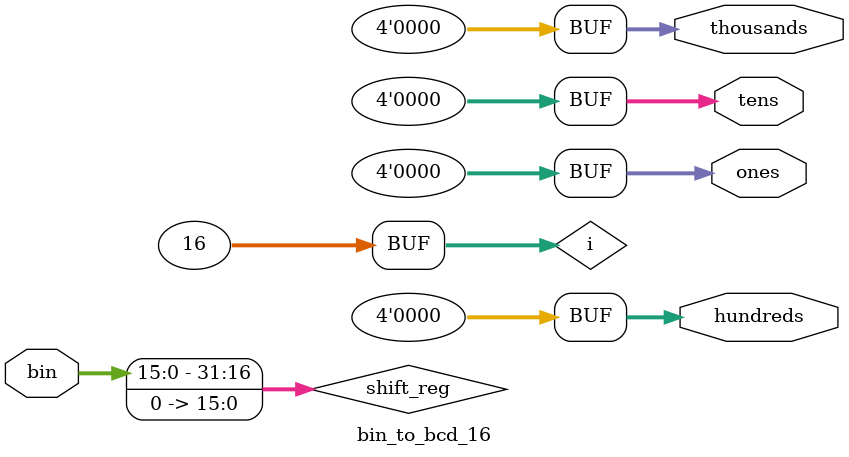
<source format=v>
module bin_to_bcd_16 (
    input  [15:0] bin,
    output reg [3:0] thousands,
    output reg [3:0] hundreds,
    output reg [3:0] tens,
    output reg [3:0] ones
);
    integer i;
    reg [31:0] shift_reg;

    always @(*) begin
        // initialize
        shift_reg = {16'b0, bin};
        thousands = 0; hundreds = 0; tens = 0; ones = 0;

        // shift 16 times
        for (i=0; i<16; i=i+1) begin
            if (thousands >= 5) thousands = thousands + 3;
            if (hundreds  >= 5) hundreds  = hundreds + 3;
            if (tens      >= 5) tens      = tens + 3;
            if (ones      >= 5) ones      = ones + 3;

            {thousands, hundreds, tens, ones, shift_reg} =
                {thousands, hundreds, tens, ones, shift_reg} << 1;
        end
    end
endmodule

</source>
